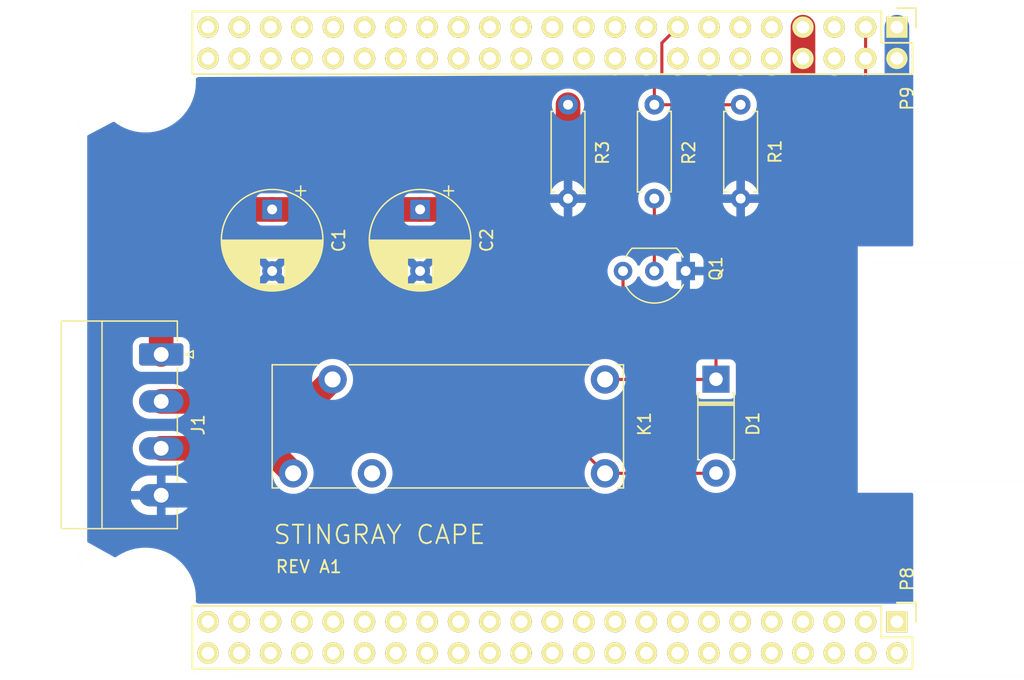
<source format=kicad_pcb>
(kicad_pcb (version 20211014) (generator pcbnew)
  (title_block (title "Stingray BBB Cape") (date "2023-01-02") (rev "A1") (company "An Alex McLain Design") (comment 1 "AM"))
  (layers (0 "F.Cu" signal) (31 "B.Cu" signal) (34 "B.Paste" user) (35 "F.Paste" user) (36 "B.SilkS" user "B.Silkscreen") (37 "F.SilkS" user "F.Silkscreen") (38 "B.Mask" user) (39 "F.Mask" user) (44 "Edge.Cuts" user))
  (net 0 "")
  (net 1 "GND")
  (net 2 "+5V")
  (net 3 "Net-(D1-Pad2)")
  (net 4 "+3V3")
  (net 5 "GPIO_48")
  (net 6 "Net-(Q1-Pad2)")
  (net 7 "Net-(J1-Pad3)")
  (net 8 "Net-(J1-Pad2)")
  (footprint "Connector_Phoenix_MC:PhoenixContact_MC_1,5_4-G-3.81_1x04_P3.81mm_Horizontal" (layer "F.Cu") (at 107 95.77 -90)
    (fp_text reference "J1" (at 5.72 -3 90) (layer "F.SilkS"))
    (fp_text value "Target Board")
    (fp_line (start 14.14 8.11) (end 14.14 -1.31) (layer "F.SilkS") (width 0.12))
    (fp_line (start -2.71 8.11) (end 14.14 8.11) (layer "F.SilkS") (width 0.12))
    (fp_line (start -2.71 -1.31) (end -1.05 -1.31) (layer "F.SilkS") (width 0.12))
    (fp_line (start 0 -2) (end -0.3 -2.6) (layer "F.SilkS") (width 0.12))
    (fp_line (start -2.71 -1.31) (end -2.71 8.11) (layer "F.SilkS") (width 0.12))
    (fp_line (start 1.05 -1.31) (end 2.76 -1.31) (layer "F.SilkS") (width 0.12))
    (fp_line (start 0.3 -2.6) (end 0 -2) (layer "F.SilkS") (width 0.12))
    (fp_line (start 4.86 -1.31) (end 6.57 -1.31) (layer "F.SilkS") (width 0.12))
    (fp_line (start 14.14 -1.31) (end 12.48 -1.31) (layer "F.SilkS") (width 0.12))
    (fp_line (start 8.67 -1.31) (end 10.38 -1.31) (layer "F.SilkS") (width 0.12))
    (fp_line (start -0.3 -2.6) (end 0.3 -2.6) (layer "F.SilkS") (width 0.12))
    (fp_line (start -2.71 4.8) (end 14.14 4.8) (layer "F.SilkS") (width 0.12))
    (pad "1" thru_hole roundrect (at 0 0 270) (size 1.8 3.6) (drill 1.2) (layers *.Cu *.Mask) (roundrect_rratio 0.1388888889) (net 2 "+5V"))
    (pad "2" thru_hole oval (at 3.81 0 270) (size 1.8 3.6) (drill 1.2) (layers *.Cu *.Mask) (net 8 "Net-(J1-Pad2)"))
    (pad "3" thru_hole oval (at 7.62 0 270) (size 1.8 3.6) (drill 1.2) (layers *.Cu *.Mask) (net 7 "Net-(J1-Pad3)"))
    (pad "4" thru_hole oval (at 11.43 0 270) (size 1.8 3.6) (drill 1.2) (layers *.Cu *.Mask) (net 1 "GND"))
  )
  (footprint "Socket_BeagleBone_Black:Socket_BeagleBone_Black" (layer "F.Cu") (at 166.675 117.465 -90)
    (fp_text reference "P8" (at -3.465 -0.825 90) (layer "F.SilkS"))
    (fp_text value "BeagleBone_Black_Header" hide)
    (fp_line (start -1.27 57.15) (end -1.27 1.27) (layer "F.SilkS") (width 0.15))
    (fp_line (start 3.81 57.15) (end 3.81 -1.27) (layer "F.SilkS") (width 0.15))
    (fp_line (start 1.27 -1.27) (end 1.27 1.27) (layer "F.SilkS") (width 0.15))
    (fp_line (start 1.27 1.27) (end -1.27 1.27) (layer "F.SilkS") (width 0.15))
    (fp_line (start 0 -1.55) (end -1.55 -1.55) (layer "F.SilkS") (width 0.15))
    (fp_line (start -1.55 -1.55) (end -1.55 0) (layer "F.SilkS") (width 0.15))
    (fp_line (start 3.81 -1.27) (end 1.27 -1.27) (layer "F.SilkS") (width 0.15))
    (fp_line (start 3.81 57.15) (end -1.27 57.15) (layer "F.SilkS") (width 0.15))
    (pad "1" thru_hole rect locked (at 0 0 270) (size 1.7272 1.7272) (drill 1.016) (layers *.Cu *.Mask "F.SilkS"))
    (pad "2" thru_hole oval locked (at 2.54 0 270) (size 1.7272 1.7272) (drill 1.016) (layers *.Cu *.Mask "F.SilkS"))
    (pad "3" thru_hole oval locked (at 0 2.54 270) (size 1.7272 1.7272) (drill 1.016) (layers *.Cu *.Mask "F.SilkS"))
    (pad "4" thru_hole oval locked (at 2.54 2.54 270) (size 1.7272 1.7272) (drill 1.016) (layers *.Cu *.Mask "F.SilkS"))
    (pad "5" thru_hole oval locked (at 0 5.08 270) (size 1.7272 1.7272) (drill 1.016) (layers *.Cu *.Mask "F.SilkS"))
    (pad "6" thru_hole oval locked (at 2.54 5.08 270) (size 1.7272 1.7272) (drill 1.016) (layers *.Cu *.Mask "F.SilkS"))
    (pad "7" thru_hole oval locked (at 0 7.62 270) (size 1.7272 1.7272) (drill 1.016) (layers *.Cu *.Mask "F.SilkS"))
    (pad "8" thru_hole oval locked (at 2.54 7.62 270) (size 1.7272 1.7272) (drill 1.016) (layers *.Cu *.Mask "F.SilkS"))
    (pad "9" thru_hole oval locked (at 0 10.16 270) (size 1.7272 1.7272) (drill 1.016) (layers *.Cu *.Mask "F.SilkS"))
    (pad "10" thru_hole oval locked (at 2.54 10.16 270) (size 1.7272 1.7272) (drill 1.016) (layers *.Cu *.Mask "F.SilkS"))
    (pad "11" thru_hole oval locked (at 0 12.7 270) (size 1.7272 1.7272) (drill 1.016) (layers *.Cu *.Mask "F.SilkS"))
    (pad "12" thru_hole oval locked (at 2.54 12.7 270) (size 1.7272 1.7272) (drill 1.016) (layers *.Cu *.Mask "F.SilkS"))
    (pad "13" thru_hole oval locked (at 0 15.24 270) (size 1.7272 1.7272) (drill 1.016) (layers *.Cu *.Mask "F.SilkS"))
    (pad "14" thru_hole oval locked (at 2.54 15.24 270) (size 1.7272 1.7272) (drill 1.016) (layers *.Cu *.Mask "F.SilkS"))
    (pad "15" thru_hole oval locked (at 0 17.78 270) (size 1.7272 1.7272) (drill 1.016) (layers *.Cu *.Mask "F.SilkS"))
    (pad "16" thru_hole oval locked (at 2.54 17.78 270) (size 1.7272 1.7272) (drill 1.016) (layers *.Cu *.Mask "F.SilkS"))
    (pad "17" thru_hole oval locked (at 0 20.32 270) (size 1.7272 1.7272) (drill 1.016) (layers *.Cu *.Mask "F.SilkS"))
    (pad "18" thru_hole oval locked (at 2.54 20.32 270) (size 1.7272 1.7272) (drill 1.016) (layers *.Cu *.Mask "F.SilkS"))
    (pad "19" thru_hole oval locked (at 0 22.86 270) (size 1.7272 1.7272) (drill 1.016) (layers *.Cu *.Mask "F.SilkS"))
    (pad "20" thru_hole oval locked (at 2.54 22.86 270) (size 1.7272 1.7272) (drill 1.016) (layers *.Cu *.Mask "F.SilkS"))
    (pad "21" thru_hole oval locked (at 0 25.4 270) (size 1.7272 1.7272) (drill 1.016) (layers *.Cu *.Mask "F.SilkS"))
    (pad "22" thru_hole oval locked (at 2.54 25.4 270) (size 1.7272 1.7272) (drill 1.016) (layers *.Cu *.Mask "F.SilkS"))
    (pad "23" thru_hole oval locked (at 0 27.94 270) (size 1.7272 1.7272) (drill 1.016) (layers *.Cu *.Mask "F.SilkS"))
    (pad "24" thru_hole oval locked (at 2.54 27.94 270) (size 1.7272 1.7272) (drill 1.016) (layers *.Cu *.Mask "F.SilkS"))
    (pad "25" thru_hole oval locked (at 0 30.48 270) (size 1.7272 1.7272) (drill 1.016) (layers *.Cu *.Mask "F.SilkS"))
    (pad "26" thru_hole oval locked (at 2.54 30.48 270) (size 1.7272 1.7272) (drill 1.016) (layers *.Cu *.Mask "F.SilkS"))
    (pad "27" thru_hole oval locked (at 0 33.02 270) (size 1.7272 1.7272) (drill 1.016) (layers *.Cu *.Mask "F.SilkS"))
    (pad "28" thru_hole oval locked (at 2.54 33.02 270) (size 1.7272 1.7272) (drill 1.016) (layers *.Cu *.Mask "F.SilkS"))
    (pad "29" thru_hole oval locked (at 0 35.56 270) (size 1.7272 1.7272) (drill 1.016) (layers *.Cu *.Mask "F.SilkS"))
    (pad "30" thru_hole oval locked (at 2.54 35.56 270) (size 1.7272 1.7272) (drill 1.016) (layers *.Cu *.Mask "F.SilkS"))
    (pad "31" thru_hole oval locked (at 0 38.1 270) (size 1.7272 1.7272) (drill 1.016) (layers *.Cu *.Mask "F.SilkS"))
    (pad "32" thru_hole oval locked (at 2.54 38.1 270) (size 1.7272 1.7272) (drill 1.016) (layers *.Cu *.Mask "F.SilkS"))
    (pad "33" thru_hole oval locked (at 0 40.64 270) (size 1.7272 1.7272) (drill 1.016) (layers *.Cu *.Mask "F.SilkS"))
    (pad "34" thru_hole oval locked (at 2.54 40.64 270) (size 1.7272 1.7272) (drill 1.016) (layers *.Cu *.Mask "F.SilkS"))
    (pad "35" thru_hole oval locked (at 0 43.18 270) (size 1.7272 1.7272) (drill 1.016) (layers *.Cu *.Mask "F.SilkS"))
    (pad "36" thru_hole oval locked (at 2.54 43.18 270) (size 1.7272 1.7272) (drill 1.016) (layers *.Cu *.Mask "F.SilkS"))
    (pad "37" thru_hole oval locked (at 0 45.72 270) (size 1.7272 1.7272) (drill 1.016) (layers *.Cu *.Mask "F.SilkS"))
    (pad "38" thru_hole oval locked (at 2.54 45.72 270) (size 1.7272 1.7272) (drill 1.016) (layers *.Cu *.Mask "F.SilkS"))
    (pad "39" thru_hole oval locked (at 0 48.26 270) (size 1.7272 1.7272) (drill 1.016) (layers *.Cu *.Mask "F.SilkS"))
    (pad "40" thru_hole oval locked (at 2.54 48.26 270) (size 1.7272 1.7272) (drill 1.016) (layers *.Cu *.Mask "F.SilkS"))
    (pad "41" thru_hole oval locked (at 0 50.8 270) (size 1.7272 1.7272) (drill 1.016) (layers *.Cu *.Mask "F.SilkS"))
    (pad "42" thru_hole oval locked (at 2.54 50.8 270) (size 1.7272 1.7272) (drill 1.016) (layers *.Cu *.Mask "F.SilkS"))
    (pad "43" thru_hole oval locked (at 0 53.34 270) (size 1.7272 1.7272) (drill 1.016) (layers *.Cu *.Mask "F.SilkS"))
    (pad "44" thru_hole oval locked (at 2.54 53.34 270) (size 1.7272 1.7272) (drill 1.016) (layers *.Cu *.Mask "F.SilkS"))
    (pad "45" thru_hole oval locked (at 0 55.88 270) (size 1.7272 1.7272) (drill 1.016) (layers *.Cu *.Mask "F.SilkS"))
    (pad "46" thru_hole oval locked (at 2.54 55.88 270) (size 1.7272 1.7272) (drill 1.016) (layers *.Cu *.Mask "F.SilkS"))
  )
  (footprint "Capacitor_THT:CP_Radial_D8.0mm_P5.00mm" (layer "F.Cu") (at 128 84 -90)
    (fp_text reference "C2" (at 2.5 -5.4 90) (layer "F.SilkS"))
    (fp_text value "DNP")
    (fp_line (start 5.221 1.04) (end 5.221 3.055) (layer "F.SilkS") (width 0.12))
    (fp_line (start 3.741 -3.889) (end 3.741 3.889) (layer "F.SilkS") (width 0.12))
    (fp_line (start 5.341 -2.945) (end 5.341 -1.04) (layer "F.SilkS") (width 0.12))
    (fp_line (start 6.421 -1.229) (end 6.421 1.229) (layer "F.SilkS") (width 0.12))
    (fp_line (start 5.381 -2.907) (end 5.381 -1.04) (layer "F.SilkS") (width 0.12))
    (fp_line (start 5.541 1.04) (end 5.541 2.741) (layer "F.SilkS") (width 0.12))
    (fp_line (start 4.101 -3.757) (end 4.101 -1.04) (layer "F.SilkS") (width 0.12))
    (fp_line (start 4.661 -3.469) (end 4.661 -1.04) (layer "F.SilkS") (width 0.12))
    (fp_line (start 4.621 -3.493) (end 4.621 -1.04) (layer "F.SilkS") (width 0.12))
    (fp_line (start 6.101 -1.964) (end 6.101 1.964) (layer "F.SilkS") (width 0.12))
    (fp_line (start 3.981 1.04) (end 3.981 3.805) (layer "F.SilkS") (width 0.12))
    (fp_line (start 5.701 1.04) (end 5.701 2.556) (layer "F.SilkS") (width 0.12))
    (fp_line (start 5.061 1.04) (end 5.061 3.189) (layer "F.SilkS") (width 0.12))
    (fp_line (start 3.541 -3.947) (end 3.541 3.947) (layer "F.SilkS") (width 0.12))
    (fp_line (start 3.221 -4.017) (end 3.221 4.017) (layer "F.SilkS") (width 0.12))
    (fp_line (start 5.541 -2.741) (end 5.541 -1.04) (layer "F.SilkS") (width 0.12))
    (fp_line (start 5.981 1.04) (end 5.981 2.166) (layer "F.SilkS") (width 0.12))
    (fp_line (start 6.261 -1.645) (end 6.261 1.645) (layer "F.SilkS") (width 0.12))
    (fp_line (start 4.021 -3.79) (end 4.021 -1.04) (layer "F.SilkS") (width 0.12))
    (fp_line (start 4.301 -3.666) (end 4.301 -1.04) (layer "F.SilkS") (width 0.12))
    (fp_line (start 5.421 1.04) (end 5.421 2.867) (layer "F.SilkS") (width 0.12))
    (fp_line (start 4.461 -3.584) (end 4.461 -1.04) (layer "F.SilkS") (width 0.12))
    (fp_line (start 4.741 -3.418) (end 4.741 -1.04) (layer "F.SilkS") (width 0.12))
    (fp_line (start 4.421 1.04) (end 4.421 3.606) (layer "F.SilkS") (width 0.12))
    (fp_line (start 5.181 -3.09) (end 5.181 -1.04) (layer "F.SilkS") (width 0.12))
    (fp_line (start 2.74 -4.074) (end 2.74 4.074) (layer "F.SilkS") (width 0.12))
    (fp_line (start 4.701 1.04) (end 4.701 3.444) (layer "F.SilkS") (width 0.12))
    (fp_line (start 5.061 -3.189) (end 5.061 -1.04) (layer "F.SilkS") (width 0.12))
    (fp_line (start 2.66 -4.077) (end 2.66 4.077) (layer "F.SilkS") (width 0.12))
    (fp_line (start 5.181 1.04) (end 5.181 3.09) (layer "F.SilkS") (width 0.12))
    (fp_line (start 5.381 1.04) (end 5.381 2.907) (layer "F.SilkS") (width 0.12))
    (fp_line (start 4.741 1.04) (end 4.741 3.418) (layer "F.SilkS") (width 0.12))
    (fp_line (start 4.341 -3.647) (end 4.341 -1.04) (layer "F.SilkS") (width 0.12))
    (fp_line (start 4.821 -3.365) (end 4.821 -1.04) (layer "F.SilkS") (width 0.12))
    (fp_line (start -1.909698 -2.315) (end -1.109698 -2.315) (layer "F.SilkS") (width 0.12))
    (fp_line (start 3.341 -3.994) (end 3.341 3.994) (layer "F.SilkS") (width 0.12))
    (fp_line (start 5.581 -2.697) (end 5.581 -1.04) (layer "F.SilkS") (width 0.12))
    (fp_line (start 5.981 -2.166) (end 5.981 -1.04) (layer "F.SilkS") (width 0.12))
    (fp_line (start 5.421 -2.867) (end 5.421 -1.04) (layer "F.SilkS") (width 0.12))
    (fp_line (start 5.581 1.04) (end 5.581 2.697) (layer "F.SilkS") (width 0.12))
    (fp_line (start 4.901 1.04) (end 4.901 3.309) (layer "F.SilkS") (width 0.12))
    (fp_line (start 5.461 1.04) (end 5.461 2.826) (layer "F.SilkS") (width 0.12))
    (fp_line (start 3.661 -3.914) (end 3.661 3.914) (layer "F.SilkS") (width 0.12))
    (fp_line (start 2.62 -4.079) (end 2.62 4.079) (layer "F.SilkS") (width 0.12))
    (fp_line (start 4.141 1.04) (end 4.141 3.74) (layer "F.SilkS") (width 0.12))
    (fp_line (start 4.941 1.04) (end 4.941 3.28) (layer "F.SilkS") (width 0.12))
    (fp_line (start 4.141 -3.74) (end 4.141 -1.04) (layer "F.SilkS") (width 0.12))
    (fp_line (start 5.861 -2.345) (end 5.861 -1.04) (layer "F.SilkS") (width 0.12))
    (fp_line (start 6.461 -1.098) (end 6.461 1.098) (layer "F.SilkS") (width 0.12))
    (fp_line (start 5.781 1.04) (end 5.781 2.454) (layer "F.SilkS") (width 0.12))
    (fp_line (start 5.021 -3.22) (end 5.021 -1.04) (layer "F.SilkS") (width 0.12))
    (fp_line (start 4.381 -3.627) (end 4.381 -1.04) (layer "F.SilkS") (width 0.12))
    (fp_line (start 5.101 1.04) (end 5.101 3.156) (layer "F.SilkS") (width 0.12))
    (fp_line (start 5.901 -2.287) (end 5.901 -1.04) (layer "F.SilkS") (width 0.12))
    (fp_line (start 5.501 1.04) (end 5.501 2.784) (layer "F.SilkS") (width 0.12))
    (fp_line (start -1.509698 -2.715) (end -1.509698 -1.915) (layer "F.SilkS") (width 0.12))
    (fp_line (start 3.941 -3.821) (end 3.941 3.821) (layer "F.SilkS") (width 0.12))
    (fp_line (start 2.9 -4.061) (end 2.9 4.061) (layer "F.SilkS") (width 0.12))
    (fp_line (start 5.461 -2.826) (end 5.461 -1.04) (layer "F.SilkS") (width 0.12))
    (fp_line (start 4.181 1.04) (end 4.181 3.722) (layer "F.SilkS") (width 0.12))
    (fp_line (start 4.781 1.04) (end 4.781 3.392) (layer "F.SilkS") (width 0.12))
    (fp_line (start 3.581 -3.936) (end 3.581 3.936) (layer "F.SilkS") (width 0.12))
    (fp_line (start 5.741 1.04) (end 5.741 2.505) (layer "F.SilkS") (width 0.12))
    (fp_line (start 4.621 1.04) (end 4.621 3.493) (layer "F.SilkS") (width 0.12))
    (fp_line (start 4.021 1.04) (end 4.021 3.79) (layer "F.SilkS") (width 0.12))
    (fp_line (start 3.501 -3.957) (end 3.501 3.957) (layer "F.SilkS") (width 0.12))
    (fp_line (start 5.501 -2.784) (end 5.501 -1.04) (layer "F.SilkS") (width 0.12))
    (fp_line (start 4.181 -3.722) (end 4.181 -1.04) (layer "F.SilkS") (width 0.12))
    (fp_line (start 3.461 -3.967) (end 3.461 3.967) (layer "F.SilkS") (width 0.12))
    (fp_line (start 4.861 -3.338) (end 4.861 -1.04) (layer "F.SilkS") (width 0.12))
    (fp_line (start 6.061 -2.034) (end 6.061 2.034) (layer "F.SilkS") (width 0.12))
    (fp_line (start 6.221 -1.731) (end 6.221 1.731) (layer "F.SilkS") (width 0.12))
    (fp_line (start 4.781 -3.392) (end 4.781 -1.04) (layer "F.SilkS") (width 0.12))
    (fp_line (start 6.301 -1.552) (end 6.301 1.552) (layer "F.SilkS") (width 0.12))
    (fp_line (start 3.821 -3.863) (end 3.821 3.863) (layer "F.SilkS") (width 0.12))
    (fp_line (start 2.7 -4.076) (end 2.7 4.076) (layer "F.SilkS") (width 0.12))
    (fp_line (start 5.101 -3.156) (end 5.101 -1.04) (layer "F.SilkS") (width 0.12))
    (fp_line (start 3.781 -3.877) (end 3.781 3.877) (layer "F.SilkS") (width 0.12))
    (fp_line (start 3.621 -3.925) (end 3.621 3.925) (layer "F.SilkS") (width 0.12))
    (fp_line (start 6.381 -1.346) (end 6.381 1.346) (layer "F.SilkS") (width 0.12))
    (fp_line (start 4.261 -3.686) (end 4.261 -1.04) (layer "F.SilkS") (width 0.12))
    (fp_line (start 4.541 1.04) (end 4.541 3.54) (layer "F.SilkS") (width 0.12))
    (fp_line (start 5.701 -2.556) (end 5.701 -1.04) (layer "F.SilkS") (width 0.12))
    (fp_line (start 2.5 -4.08) (end 2.5 4.08) (layer "F.SilkS") (width 0.12))
    (fp_line (start 6.501 -0.948) (end 6.501 0.948) (layer "F.SilkS") (width 0.12))
    (fp_line (start 4.061 1.04) (end 4.061 3.774) (layer "F.SilkS") (width 0.12))
    (fp_line (start 3.381 -3.985) (end 3.381 3.985) (layer "F.SilkS") (width 0.12))
    (fp_line (start 5.621 -2.651) (end 5.621 -1.04) (layer "F.SilkS") (width 0.12))
    (fp_line (start 6.581 -0.533) (end 6.581 0.533) (layer "F.SilkS") (width 0.12))
    (fp_line (start 4.821 1.04) (end 4.821 3.365) (layer "F.SilkS") (width 0.12))
    (fp_line (start 6.021 1.04) (end 6.021 2.102) (layer "F.SilkS") (width 0.12))
    (fp_line (start 5.661 -2.604) (end 5.661 -1.04) (layer "F.SilkS") (width 0.12))
    (fp_line (start 3.981 -3.805) (end 3.981 -1.04) (layer "F.SilkS") (width 0.12))
    (fp_line (start 4.301 1.04) (end 4.301 3.666) (layer "F.SilkS") (width 0.12))
    (fp_line (start 2.94 -4.057) (end 2.94 4.057) (layer "F.SilkS") (width 0.12))
    (fp_line (start 5.781 -2.454) (end 5.781 -1.04) (layer "F.SilkS") (width 0.12))
    (fp_line (start 5.661 1.04) (end 5.661 2.604) (layer "F.SilkS") (width 0.12))
    (fp_line (start 4.981 -3.25) (end 4.981 -1.04) (layer "F.SilkS") (width 0.12))
    (fp_line (start 4.701 -3.444) (end 4.701 -1.04) (layer "F.SilkS") (width 0.12))
    (fp_line (start 5.221 -3.055) (end 5.221 -1.04) (layer "F.SilkS") (width 0.12))
    (fp_line (start 3.14 -4.03) (end 3.14 4.03) (layer "F.SilkS") (width 0.12))
    (fp_line (start 4.581 1.04) (end 4.581 3.517) (layer "F.SilkS") (width 0.12))
    (fp_line (start 6.541 -0.768) (end 6.541 0.768) (layer "F.SilkS") (width 0.12))
    (fp_line (start 3.02 -4.048) (end 3.02 4.048) (layer "F.SilkS") (width 0.12))
    (fp_line (start 4.461 1.04) (end 4.461 3.584) (layer "F.SilkS") (width 0.12))
    (fp_line (start 2.78 -4.071) (end 2.78 4.071) (layer "F.SilkS") (width 0.12))
    (fp_line (start 6.141 -1.89) (end 6.141 1.89) (layer "F.SilkS") (width 0.12))
    (fp_line (start 4.901 -3.309) (end 4.901 -1.04) (layer "F.SilkS") (width 0.12))
    (fp_line (start 4.381 1.04) (end 4.381 3.627) (layer "F.SilkS") (width 0.12))
    (fp_line (start 5.141 -3.124) (end 5.141 -1.04) (layer "F.SilkS") (width 0.12))
    (fp_line (start 4.501 1.04) (end 4.501 3.562) (layer "F.SilkS") (width 0.12))
    (fp_line (start 4.221 1.04) (end 4.221 3.704) (layer "F.SilkS") (width 0.12))
    (fp_line (start 4.861 1.04) (end 4.861 3.338) (layer "F.SilkS") (width 0.12))
    (fp_line (start 3.861 -3.85) (end 3.861 3.85) (layer "F.SilkS") (width 0.12))
    (fp_line (start 5.941 1.04) (end 5.941 2.228) (layer "F.SilkS") (width 0.12))
    (fp_line (start 2.86 -4.065) (end 2.86 4.065) (layer "F.SilkS") (width 0.12))
    (fp_line (start 3.301 -4.002) (end 3.301 4.002) (layer "F.SilkS") (width 0.12))
    (fp_line (start 4.981 1.04) (end 4.981 3.25) (layer "F.SilkS") (width 0.12))
    (fp_line (start 2.58 -4.08) (end 2.58 4.08) (layer "F.SilkS") (width 0.12))
    (fp_line (start 5.621 1.04) (end 5.621 2.651) (layer "F.SilkS") (width 0.12))
    (fp_line (start 3.421 -3.976) (end 3.421 3.976) (layer "F.SilkS") (width 0.12))
    (fp_line (start 3.18 -4.024) (end 3.18 4.024) (layer "F.SilkS") (width 0.12))
    (fp_line (start 3.1 -4.037) (end 3.1 4.037) (layer "F.SilkS") (width 0.12))
    (fp_line (start 5.021 1.04) (end 5.021 3.22) (layer "F.SilkS") (width 0.12))
    (fp_line (start 5.341 1.04) (end 5.341 2.945) (layer "F.SilkS") (width 0.12))
    (fp_line (start 6.021 -2.102) (end 6.021 -1.04) (layer "F.SilkS") (width 0.12))
    (fp_line (start 5.261 -3.019) (end 5.261 -1.04) (layer "F.SilkS") (width 0.12))
    (fp_line (start 4.581 -3.517) (end 4.581 -1.04) (layer "F.SilkS") (width 0.12))
    (fp_line (start 5.261 1.04) (end 5.261 3.019) (layer "F.SilkS") (width 0.12))
    (fp_line (start 4.061 -3.774) (end 4.061 -1.04) (layer "F.SilkS") (width 0.12))
    (fp_line (start 5.901 1.04) (end 5.901 2.287) (layer "F.SilkS") (width 0.12))
    (fp_line (start 5.821 1.04) (end 5.821 2.4) (layer "F.SilkS") (width 0.12))
    (fp_line (start 5.301 1.04) (end 5.301 2.983) (layer "F.SilkS") (width 0.12))
    (fp_line (start 5.861 1.04) (end 5.861 2.345) (layer "F.SilkS") (width 0.12))
    (fp_line (start 5.941 -2.228) (end 5.941 -1.04) (layer "F.SilkS") (width 0.12))
    (fp_line (start 4.941 -3.28) (end 4.941 -1.04) (layer "F.SilkS") (width 0.12))
    (fp_line (start 4.421 -3.606) (end 4.421 -1.04) (layer "F.SilkS") (width 0.12))
    (fp_line (start 5.821 -2.4) (end 5.821 -1.04) (layer "F.SilkS") (width 0.12))
    (fp_line (start 4.541 -3.54) (end 4.541 -1.04) (layer "F.SilkS") (width 0.12))
    (fp_line (start 3.06 -4.042) (end 3.06 4.042) (layer "F.SilkS") (width 0.12))
    (fp_line (start 3.261 -4.01) (end 3.261 4.01) (layer "F.SilkS") (width 0.12))
    (fp_line (start 6.341 -1.453) (end 6.341 1.453) (layer "F.SilkS") (width 0.12))
    (fp_line (start 4.101 1.04) (end 4.101 3.757) (layer "F.SilkS") (width 0.12))
    (fp_line (start 2.98 -4.052) (end 2.98 4.052) (layer "F.SilkS") (width 0.12))
    (fp_line (start 5.141 1.04) (end 5.141 3.124) (layer "F.SilkS") (width 0.12))
    (fp_line (start 2.54 -4.08) (end 2.54 4.08) (layer "F.SilkS") (width 0.12))
    (fp_line (start 6.181 -1.813) (end 6.181 1.813) (layer "F.SilkS") (width 0.12))
    (fp_line (start 4.501 -3.562) (end 4.501 -1.04) (layer "F.SilkS") (width 0.12))
    (fp_line (start 5.741 -2.505) (end 5.741 -1.04) (layer "F.SilkS") (width 0.12))
    (fp_line (start 3.901 -3.835) (end 3.901 3.835) (layer "F.SilkS") (width 0.12))
    (fp_line (start 4.341 1.04) (end 4.341 3.647) (layer "F.SilkS") (width 0.12))
    (fp_line (start 5.301 -2.983) (end 5.301 -1.04) (layer "F.SilkS") (width 0.12))
    (fp_line (start 4.661 1.04) (end 4.661 3.469) (layer "F.SilkS") (width 0.12))
    (fp_line (start 4.221 -3.704) (end 4.221 -1.04) (layer "F.SilkS") (width 0.12))
    (fp_line (start 4.261 1.04) (end 4.261 3.686) (layer "F.SilkS") (width 0.12))
    (fp_line (start 2.82 -4.068) (end 2.82 4.068) (layer "F.SilkS") (width 0.12))
    (fp_line (start 3.701 -3.902) (end 3.701 3.902) (layer "F.SilkS") (width 0.12))
    (fp_circle (center 2.5 0) (end 6.62 0) (layer "F.SilkS") (width 0.12) (fill none))
    (pad "1" thru_hole rect (at 0 0 270) (size 1.6 1.6) (drill 0.8) (layers *.Cu *.Mask) (net 2 "+5V"))
    (pad "2" thru_hole circle (at 5 0 270) (size 1.6 1.6) (drill 0.8) (layers *.Cu *.Mask) (net 1 "GND"))
  )
  (footprint "Package_TO_SOT_THT:TO-92_Inline_Wide" (layer "F.Cu") (at 149.54 89 180)
    (fp_text reference "Q1" (at -2.46 0.2 90) (layer "F.SilkS"))
    (fp_text value "MPSA29")
    (fp_line (start 0.74 1.85) (end 4.34 1.85) (layer "F.SilkS") (width 0.12))
    (fp_arc (start 0.74 1.85) (mid 0.446097 1.509328) (end 0.215816 1.122795) (layer "F.SilkS") (width 0.12))
    (fp_arc (start 2.54 -2.6) (mid 3.936979 -2.192818) (end 4.8964 -1.098807) (layer "F.SilkS") (width 0.12))
    (fp_arc (start 4.864184 1.122795) (mid 4.633903 1.509328) (end 4.34 1.85) (layer "F.SilkS") (width 0.12))
    (fp_arc (start 0.1836 -1.098807) (mid 1.143021 -2.192817) (end 2.54 -2.6) (layer "F.SilkS") (width 0.12))
    (pad "1" thru_hole rect (at 0 0 180) (size 1.5 1.5) (drill 0.8) (layers *.Cu *.Mask) (net 1 "GND"))
    (pad "2" thru_hole circle (at 2.54 0 180) (size 1.5 1.5) (drill 0.8) (layers *.Cu *.Mask) (net 6 "Net-(Q1-Pad2)"))
    (pad "3" thru_hole circle (at 5.08 0 180) (size 1.5 1.5) (drill 0.8) (layers *.Cu *.Mask) (net 3 "Net-(D1-Pad2)"))
  )
  (footprint "am_omron:G6RL-1" (layer "F.Cu") (at 143 97.8 180)
    (fp_text reference "K1" (at -3.2 -3.62 90) (layer "F.SilkS"))
    (fp_text value "G6RL-1")
    (fp_line (start 24 -8.81) (end 20 -8.81) (layer "F.SilkS") (width 0.12))
    (fp_line (start 1.25 1.19) (end 20.75 1.19) (layer "F.SilkS") (width 0.12))
    (fp_line (start 23.25 1.19) (end 27 1.19) (layer "F.SilkS") (width 0.12))
    (fp_line (start -1.5 1.19) (end -1 1.19) (layer "F.SilkS") (width 0.12))
    (fp_line (start 27 1.19) (end 27 -8.81) (layer "F.SilkS") (width 0.12))
    (fp_line (start 27 -8.81) (end 26.5 -8.81) (layer "F.SilkS") (width 0.12))
    (fp_line (start 17.75 -8.81) (end 1.25 -8.81) (layer "F.SilkS") (width 0.12))
    (fp_line (start -1 -8.81) (end -1.5 -8.81) (layer "F.SilkS") (width 0.12))
    (fp_line (start -1.5 -8.81) (end -1.5 1.19) (layer "F.SilkS") (width 0.12))
    (pad "1" thru_hole circle (at 0 0) (size 2.3 2.3) (drill 1.3) (layers *.Cu *.Mask) (net 4 "+3V3"))
    (pad "2" thru_hole circle (at 22.1 0) (size 2.3 2.3) (drill 1.3) (layers *.Cu *.Mask) (net 8 "Net-(J1-Pad2)"))
    (pad "3" thru_hole circle (at 25.3 -7.62) (size 2.3 2.3) (drill 1.3) (layers *.Cu *.Mask) (net 7 "Net-(J1-Pad3)"))
    (pad "4" thru_hole circle (at 18.9 -7.62) (size 2.3 2.3) (drill 1.3) (layers *.Cu *.Mask))
    (pad "5" thru_hole circle (at 0 -7.62) (size 2.3 2.3) (drill 1.3) (layers *.Cu *.Mask) (net 3 "Net-(D1-Pad2)"))
  )
  (footprint "Resistor_THT:R_Axial_DIN0207_L6.3mm_D2.5mm_P7.62mm_Horizontal" (layer "F.Cu") (at 154 75.5 -90)
    (fp_text reference "R1" (at 3.81 -2.8 90) (layer "F.SilkS"))
    (fp_text value "22k")
    (fp_line (start 0.54 -1.37) (end 7.08 -1.37) (layer "F.SilkS") (width 0.12))
    (fp_line (start 7.08 1.37) (end 7.08 1.04) (layer "F.SilkS") (width 0.12))
    (fp_line (start 0.54 -1.04) (end 0.54 -1.37) (layer "F.SilkS") (width 0.12))
    (fp_line (start 0.54 1.37) (end 7.08 1.37) (layer "F.SilkS") (width 0.12))
    (fp_line (start 0.54 1.04) (end 0.54 1.37) (layer "F.SilkS") (width 0.12))
    (fp_line (start 7.08 -1.37) (end 7.08 -1.04) (layer "F.SilkS") (width 0.12))
    (pad "1" thru_hole circle (at 0 0 270) (size 1.6 1.6) (drill 0.8) (layers *.Cu *.Mask) (net 5 "GPIO_48"))
    (pad "2" thru_hole oval (at 7.62 0 270) (size 1.6 1.6) (drill 0.8) (layers *.Cu *.Mask) (net 1 "GND"))
  )
  (footprint "Resistor_THT:R_Axial_DIN0207_L6.3mm_D2.5mm_P7.62mm_Horizontal" (layer "F.Cu") (at 140 75.5 -90)
    (fp_text reference "R3" (at 3.9 -2.8 90) (layer "F.SilkS"))
    (fp_text value "1M")
    (fp_line (start 7.08 -1.37) (end 7.08 -1.04) (layer "F.SilkS") (width 0.12))
    (fp_line (start 0.54 -1.37) (end 7.08 -1.37) (layer "F.SilkS") (width 0.12))
    (fp_line (start 0.54 -1.04) (end 0.54 -1.37) (layer "F.SilkS") (width 0.12))
    (fp_line (start 0.54 1.04) (end 0.54 1.37) (layer "F.SilkS") (width 0.12))
    (fp_line (start 7.08 1.37) (end 7.08 1.04) (layer "F.SilkS") (width 0.12))
    (fp_line (start 0.54 1.37) (end 7.08 1.37) (layer "F.SilkS") (width 0.12))
    (pad "1" thru_hole circle (at 0 0 270) (size 1.6 1.6) (drill 0.8) (layers *.Cu *.Mask) (net 2 "+5V"))
    (pad "2" thru_hole oval (at 7.62 0 270) (size 1.6 1.6) (drill 0.8) (layers *.Cu *.Mask) (net 1 "GND"))
  )
  (footprint "Resistor_THT:R_Axial_DIN0207_L6.3mm_D2.5mm_P7.62mm_Horizontal" (layer "F.Cu") (at 147 83.12 90)
    (fp_text reference "R2" (at 3.72 2.8 90) (layer "F.SilkS"))
    (fp_text value "1k")
    (fp_line (start 7.08 -1.37) (end 7.08 -1.04) (layer "F.SilkS") (width 0.12))
    (fp_line (start 0.54 -1.04) (end 0.54 -1.37) (layer "F.SilkS") (width 0.12))
    (fp_line (start 0.54 1.37) (end 7.08 1.37) (layer "F.SilkS") (width 0.12))
    (fp_line (start 0.54 1.04) (end 0.54 1.37) (layer "F.SilkS") (width 0.12))
    (fp_line (start 7.08 1.37) (end 7.08 1.04) (layer "F.SilkS") (width 0.12))
    (fp_line (start 0.54 -1.37) (end 7.08 -1.37) (layer "F.SilkS") (width 0.12))
    (pad "1" thru_hole circle (at 0 0 90) (size 1.6 1.6) (drill 0.8) (layers *.Cu *.Mask) (net 6 "Net-(Q1-Pad2)"))
    (pad "2" thru_hole oval (at 7.62 0 90) (size 1.6 1.6) (drill 0.8) (layers *.Cu *.Mask) (net 5 "GPIO_48"))
  )
  (footprint "MountingHole:MountingHole_3.2mm_M3" (layer "F.Cu") (at 171.755 70.475)
    (fp_text reference "H3" hide)
    (fp_text value "MountingHole" hide)
    (pad "" np_thru_hole circle locked (at 0 0) (size 3.2 3.2) (drill 3.2) (layers *.Cu *.Mask))
  )
  (footprint "MountingHole:MountingHole_3.2mm_M3" (layer "F.Cu") (at 171.755 118.735)
    (fp_text reference "H4" hide)
    (fp_text value "MountingHole" hide)
    (pad "" np_thru_hole circle locked (at 0 0) (size 3.2 3.2) (drill 3.2) (layers *.Cu *.Mask))
  )
  (footprint "MountingHole:MountingHole_3.2mm_M3" (layer "F.Cu") (at 105.715 73.65)
    (fp_text reference "H1" hide)
    (fp_text value "MountingHole" hide)
    (pad "" np_thru_hole circle locked (at 0 0) (size 3.2 3.2) (drill 3.2) (layers *.Cu *.Mask))
  )
  (footprint "MountingHole:MountingHole_3.2mm_M3" (layer "F.Cu") (at 105.715 115.56)
    (fp_text reference "H2" hide)
    (fp_text value "MountingHole" hide)
    (pad "" np_thru_hole circle locked (at 0 0) (size 3.2 3.2) (drill 3.2) (layers *.Cu *.Mask))
  )
  (footprint "Socket_BeagleBone_Black:Socket_BeagleBone_Black" (layer "F.Cu") (at 166.675 69.205 -90)
    (fp_text reference "P9" (at 5.795 -0.825 90) (layer "F.SilkS"))
    (fp_text value "BeagleBone_Black_Header" hide)
    (fp_line (start 3.81 57.15) (end -1.27 57.15) (layer "F.SilkS") (width 0.15))
    (fp_line (start 3.81 -1.27) (end 1.27 -1.27) (layer "F.SilkS") (width 0.15))
    (fp_line (start 1.27 -1.27) (end 1.27 1.27) (layer "F.SilkS") (width 0.15))
    (fp_line (start 3.81 57.15) (end 3.81 -1.27) (layer "F.SilkS") (width 0.15))
    (fp_line (start 1.27 1.27) (end -1.27 1.27) (layer "F.SilkS") (width 0.15))
    (fp_line (start -1.55 -1.55) (end -1.55 0) (layer "F.SilkS") (width 0.15))
    (fp_line (start -1.27 57.15) (end -1.27 1.27) (layer "F.SilkS") (width 0.15))
    (fp_line (start 0 -1.55) (end -1.55 -1.55) (layer "F.SilkS") (width 0.15))
    (pad "1" thru_hole rect locked (at 0 0 270) (size 1.7272 1.7272) (drill 1.016) (layers *.Cu *.Mask "F.SilkS") (net 1 "GND"))
    (pad "2" thru_hole oval locked (at 2.54 0 270) (size 1.7272 1.7272) (drill 1.016) (layers *.Cu *.Mask "F.SilkS") (net 1 "GND"))
    (pad "3" thru_hole oval locked (at 0 2.54 270) (size 1.7272 1.7272) (drill 1.016) (layers *.Cu *.Mask "F.SilkS") (net 4 "+3V3"))
    (pad "4" thru_hole oval locked (at 2.54 2.54 270) (size 1.7272 1.7272) (drill 1.016) (layers *.Cu *.Mask "F.SilkS") (net 4 "+3V3"))
    (pad "5" thru_hole oval locked (at 0 5.08 270) (size 1.7272 1.7272) (drill 1.016) (layers *.Cu *.Mask "F.SilkS"))
    (pad "6" thru_hole oval locked (at 2.54 5.08 270) (size 1.7272 1.7272) (drill 1.016) (layers *.Cu *.Mask "F.SilkS"))
    (pad "7" thru_hole oval locked (at 0 7.62 270) (size 1.7272 1.7272) (drill 1.016) (layers *.Cu *.Mask "F.SilkS") (net 2 "+5V"))
    (pad "8" thru_hole oval locked (at 2.54 7.62 270) (size 1.7272 1.7272) (drill 1.016) (layers *.Cu *.Mask "F.SilkS") (net 2 "+5V"))
    (pad "9" thru_hole oval locked (at 0 10.16 270) (size 1.7272 1.7272) (drill 1.016) (layers *.Cu *.Mask "F.SilkS"))
    (pad "10" thru_hole oval locked (at 2.54 10.16 270) (size 1.7272 1.7272) (drill 1.016) (layers *.Cu *.Mask "F.SilkS"))
    (pad "11" thru_hole oval locked (at 0 12.7 270) (size 1.7272 1.7272) (drill 1.016) (layers *.Cu *.Mask "F.SilkS"))
    (pad "12" thru_hole oval locked (at 2.54 12.7 270) (size 1.7272 1.7272) (drill 1.016) (layers *.Cu *.Mask "F.SilkS"))
    (pad "13" thru_hole oval locked (at 0 15.24 270) (size 1.7272 1.7272) (drill 1.016) (layers *.Cu *.Mask "F.SilkS"))
    (pad "14" thru_hole oval locked (at 2.54 15.24 270) (size 1.7272 1.7272) (drill 1.016) (layers *.Cu *.Mask "F.SilkS"))
    (pad "15" thru_hole oval locked (at 0 17.78 270) (size 1.7272 1.7272) (drill 1.016) (layers *.Cu *.Mask "F.SilkS") (net 5 "GPIO_48"))
    (pad "16" thru_hole oval locked (at 2.54 17.78 270) (size 1.7272 1.7272) (drill 1.016) (layers *.Cu *.Mask "F.SilkS"))
    (pad "17" thru_hole oval locked (at 0 20.32 270) (size 1.7272 1.7272) (drill 1.016) (layers *.Cu *.Mask "F.SilkS"))
    (pad "18" thru_hole oval locked (at 2.54 20.32 270) (size 1.7272 1.7272) (drill 1.016) (layers *.Cu *.Mask "F.SilkS"))
    (pad "19" thru_hole oval locked (at 0 22.86 270) (size 1.7272 1.7272) (drill 1.016) (layers *.Cu *.Mask "F.SilkS"))
    (pad "20" thru_hole oval locked (at 2.54 22.86 270) (size 1.7272 1.7272) (drill 1.016) (layers *.Cu *.Mask "F.SilkS"))
    (pad "21" thru_hole oval locked (at 0 25.4 270) (size 1.7272 1.7272) (drill 1.016) (layers *.Cu *.Mask "F.SilkS"))
    (pad "22" thru_hole oval locked (at 2.54 25.4 270) (size 1.7272 1.7272) (drill 1.016) (layers *.Cu *.Mask "F.SilkS"))
    (pad "23" thru_hole oval locked (at 0 27.94 270) (size 1.7272 1.7272) (drill 1.016) (layers *.Cu *.Mask "F.SilkS"))
    (pad "24" thru_hole oval locked (at 2.54 27.94 270) (size 1.7272 1.7272) (drill 1.016) (layers *.Cu *.Mask "F.SilkS"))
    (pad "25" thru_hole oval locked (at 0 30.48 270) (size 1.7272 1.7272) (drill 1.016) (layers *.Cu *.Mask "F.SilkS"))
    (pad "26" thru_hole oval locked (at 2.54 30.48 270) (size 1.7272 1.7272) (drill 1.016) (layers *.Cu *.Mask "F.SilkS"))
    (pad "27" thru_hole oval locked (at 0 33.02 270) (size 1.7272 1.7272) (drill 1.016) (layers *.Cu *.Mask "F.SilkS"))
    (pad "28" thru_hole oval locked (at 2.54 33.02 270) (size 1.7272 1.7272) (drill 1.016) (layers *.Cu *.Mask "F.SilkS"))
    (pad "29" thru_hole oval locked (at 0 35.56 270) (size 1.7272 1.7272) (drill 1.016) (layers *.Cu *.Mask "F.SilkS"))
    (pad "30" thru_hole oval locked (at 2.54 35.56 270) (size 1.7272 1.7272) (drill 1.016) (layers *.Cu *.Mask "F.SilkS"))
    (pad "31" thru_hole oval locked (at 0 38.1 270) (size 1.7272 1.7272) (drill 1.016) (layers *.Cu *.Mask "F.SilkS"))
    (pad "32" thru_hole oval locked (at 2.54 38.1 270) (size 1.7272 1.7272) (drill 1.016) (layers *.Cu *.Mask "F.SilkS"))
    (pad "33" thru_hole oval locked (at 0 40.64 270) (size 1.7272 1.7272) (drill 1.016) (layers *.Cu *.Mask "F.SilkS"))
    (pad "34" thru_hole oval locked (at 2.54 40.64 270) (size 1.7272 1.7272) (drill 1.016) (layers *.Cu *.Mask "F.SilkS"))
    (pad "35" thru_hole oval locked (at 0 43.18 270) (size 1.7272 1.7272) (drill 1.016) (layers *.Cu *.Mask "F.SilkS"))
    (pad "36" thru_hole oval locked (at 2.54 43.18 270) (size 1.7272 1.7272) (drill 1.016) (layers *.Cu *.Mask "F.SilkS"))
    (pad "37" thru_hole oval locked (at 0 45.72 270) (size 1.7272 1.7272) (drill 1.016) (layers *.Cu *.Mask "F.SilkS"))
    (pad "38" thru_hole oval locked (at 2.54 45.72 270) (size 1.7272 1.7272) (drill 1.016) (layers *.Cu *.Mask "F.SilkS"))
    (pad "39" thru_hole oval locked (at 0 48.26 270) (size 1.7272 1.7272) (drill 1.016) (layers *.Cu *.Mask "F.SilkS"))
    (pad "40" thru_hole oval locked (at 2.54 48.26 270) (size 1.7272 1.7272) (drill 1.016) (layers *.Cu *.Mask "F.SilkS"))
    (pad "41" thru_hole oval locked (at 0 50.8 270) (size 1.7272 1.7272) (drill 1.016) (layers *.Cu *.Mask "F.SilkS"))
    (pad "42" thru_hole oval locked (at 2.54 50.8 270) (size 1.7272 1.7272) (drill 1.016) (layers *.Cu *.Mask "F.SilkS"))
    (pad "43" thru_hole oval locked (at 0 53.34 270) (size 1.7272 1.7272) (drill 1.016) (layers *.Cu *.Mask "F.SilkS"))
    (pad "44" thru_hole oval locked (at 2.54 53.34 270) (size 1.7272 1.7272) (drill 1.016) (layers *.Cu *.Mask "F.SilkS"))
    (pad "45" thru_hole oval locked (at 0 55.88 270) (size 1.7272 1.7272) (drill 1.016) (layers *.Cu *.Mask "F.SilkS"))
    (pad "46" thru_hole oval locked (at 2.54 55.88 270) (size 1.7272 1.7272) (drill 1.016) (layers *.Cu *.Mask "F.SilkS"))
  )
  (footprint "Diode_THT:D_DO-41_SOD81_P7.62mm_Horizontal" (layer "F.Cu") (at 152 97.78 -90)
    (fp_text reference "D1" (at 3.62 -3 90) (layer "F.SilkS"))
    (fp_text value "1N4001")
    (fp_line (start 1.09 -1.34) (end 1.09 -1.47) (layer "F.SilkS") (width 0.12))
    (fp_line (start 2.11 -1.47) (end 2.11 1.47) (layer "F.SilkS") (width 0.12))
    (fp_line (start 6.53 -1.47) (end 6.53 -1.34) (layer "F.SilkS") (width 0.12))
    (fp_line (start 1.87 -1.47) (end 1.87 1.47) (layer "F.SilkS") (width 0.12))
    (fp_line (start 1.09 1.47) (end 6.53 1.47) (layer "F.SilkS") (width 0.12))
    (fp_line (start 6.53 1.47) (end 6.53 1.34) (layer "F.SilkS") (width 0.12))
    (fp_line (start 1.09 -1.47) (end 6.53 -1.47) (layer "F.SilkS") (width 0.12))
    (fp_line (start 1.99 -1.47) (end 1.99 1.47) (layer "F.SilkS") (width 0.12))
    (fp_line (start 1.09 1.34) (end 1.09 1.47) (layer "F.SilkS") (width 0.12))
    (pad "1" thru_hole rect (at 0 0 270) (size 2.2 2.2) (drill 1.1) (layers *.Cu *.Mask) (net 4 "+3V3"))
    (pad "2" thru_hole oval (at 7.62 0 270) (size 2.2 2.2) (drill 1.1) (layers *.Cu *.Mask) (net 3 "Net-(D1-Pad2)"))
  )
  (footprint "Capacitor_THT:CP_Radial_D8.0mm_P5.00mm" (layer "F.Cu") (at 116 84 -90)
    (fp_text reference "C1" (at 2.5 -5.4 90) (layer "F.SilkS"))
    (fp_text value "470u")
    (fp_line (start 5.981 1.04) (end 5.981 2.166) (layer "F.SilkS") (width 0.12))
    (fp_line (start 6.181 -1.813) (end 6.181 1.813) (layer "F.SilkS") (width 0.12))
    (fp_line (start 2.82 -4.068) (end 2.82 4.068) (layer "F.SilkS") (width 0.12))
    (fp_line (start 2.62 -4.079) (end 2.62 4.079) (layer "F.SilkS") (width 0.12))
    (fp_line (start 6.461 -1.098) (end 6.461 1.098) (layer "F.SilkS") (width 0.12))
    (fp_line (start 5.621 1.04) (end 5.621 2.651) (layer "F.SilkS") (width 0.12))
    (fp_line (start 5.141 -3.124) (end 5.141 -1.04) (layer "F.SilkS") (width 0.12))
    (fp_line (start 4.421 1.04) (end 4.421 3.606) (layer "F.SilkS") (width 0.12))
    (fp_line (start 6.341 -1.453) (end 6.341 1.453) (layer "F.SilkS") (width 0.12))
    (fp_line (start 4.741 -3.418) (end 4.741 -1.04) (layer "F.SilkS") (width 0.12))
    (fp_line (start 4.061 1.04) (end 4.061 3.774) (layer "F.SilkS") (width 0.12))
    (fp_line (start 3.461 -3.967) (end 3.461 3.967) (layer "F.SilkS") (width 0.12))
    (fp_line (start 4.261 -3.686) (end 4.261 -1.04) (layer "F.SilkS") (width 0.12))
    (fp_line (start 6.021 -2.102) (end 6.021 -1.04) (layer "F.SilkS") (width 0.12))
    (fp_line (start 3.981 -3.805) (end 3.981 -1.04) (layer "F.SilkS") (width 0.12))
    (fp_line (start 5.701 -2.556) (end 5.701 -1.04) (layer "F.SilkS") (width 0.12))
    (fp_line (start 4.021 1.04) (end 4.021 3.79) (layer "F.SilkS") (width 0.12))
    (fp_line (start 4.301 1.04) (end 4.301 3.666) (layer "F.SilkS") (width 0.12))
    (fp_line (start 6.221 -1.731) (end 6.221 1.731) (layer "F.SilkS") (width 0.12))
    (fp_line (start 6.421 -1.229) (end 6.421 1.229) (layer "F.SilkS") (width 0.12))
    (fp_line (start 2.78 -4.071) (end 2.78 4.071) (layer "F.SilkS") (width 0.12))
    (fp_line (start 5.501 -2.784) (end 5.501 -1.04) (layer "F.SilkS") (width 0.12))
    (fp_line (start 4.981 -3.25) (end 4.981 -1.04) (layer "F.SilkS") (width 0.12))
    (fp_line (start 4.101 -3.757) (end 4.101 -1.04) (layer "F.SilkS") (width 0.12))
    (fp_line (start 5.301 -2.983) (end 5.301 -1.04) (layer "F.SilkS") (width 0.12))
    (fp_line (start 5.301 1.04) (end 5.301 2.983) (layer "F.SilkS") (width 0.12))
    (fp_line (start 4.021 -3.79) (end 4.021 -1.04) (layer "F.SilkS") (width 0.12))
    (fp_line (start 4.341 -3.647) (end 4.341 -1.04) (layer "F.SilkS") (width 0.12))
    (fp_line (start 5.861 -2.345) (end 5.861 -1.04) (layer "F.SilkS") (width 0.12))
    (fp_line (start 6.061 -2.034) (end 6.061 2.034) (layer "F.SilkS") (width 0.12))
    (fp_line (start 3.14 -4.03) (end 3.14 4.03) (layer "F.SilkS") (width 0.12))
    (fp_line (start 6.381 -1.346) (end 6.381 1.346) (layer "F.SilkS") (width 0.12))
    (fp_line (start 5.101 1.04) (end 5.101 3.156) (layer "F.SilkS") (width 0.12))
    (fp_line (start 3.861 -3.85) (end 3.861 3.85) (layer "F.SilkS") (width 0.12))
    (fp_line (start 5.741 1.04) (end 5.741 2.505) (layer "F.SilkS") (width 0.12))
    (fp_line (start 4.781 1.04) (end 4.781 3.392) (layer "F.SilkS") (width 0.12))
    (fp_line (start 5.101 -3.156) (end 5.101 -1.04) (layer "F.SilkS") (width 0.12))
    (fp_line (start 3.221 -4.017) (end 3.221 4.017) (layer "F.SilkS") (width 0.12))
    (fp_line (start 5.581 1.04) (end 5.581 2.697) (layer "F.SilkS") (width 0.12))
    (fp_line (start 2.98 -4.052) (end 2.98 4.052) (layer "F.SilkS") (width 0.12))
    (fp_line (start 4.221 1.04) (end 4.221 3.704) (layer "F.SilkS") (width 0.12))
    (fp_line (start 4.581 1.04) (end 4.581 3.517) (layer "F.SilkS") (width 0.12))
    (fp_line (start 5.581 -2.697) (end 5.581 -1.04) (layer "F.SilkS") (width 0.12))
    (fp_line (start 3.901 -3.835) (end 3.901 3.835) (layer "F.SilkS") (width 0.12))
    (fp_line (start 3.02 -4.048) (end 3.02 4.048) (layer "F.SilkS") (width 0.12))
    (fp_line (start 6.541 -0.768) (end 6.541 0.768) (layer "F.SilkS") (width 0.12))
    (fp_line (start 6.301 -1.552) (end 6.301 1.552) (layer "F.SilkS") (width 0.12))
    (fp_line (start 6.501 -0.948) (end 6.501 0.948) (layer "F.SilkS") (width 0.12))
    (fp_line (start 5.381 -2.907) (end 5.381 -1.04) (layer "F.SilkS") (width 0.12))
    (fp_line (start 4.541 -3.54) (end 4.541 -1.04) (layer "F.SilkS") (width 0.12))
    (fp_line (start -1.909698 -2.315) (end -1.109698 -2.315) (layer "F.SilkS") (width 0.12))
    (fp_line (start 4.901 -3.309) (end 4.901 -1.04) (layer "F.SilkS") (width 0.12))
    (fp_line (start 5.941 -2.228) (end 5.941 -1.04) (layer "F.SilkS") (width 0.12))
    (fp_line (start 3.501 -3.957) (end 3.501 3.957) (layer "F.SilkS") (width 0.12))
    (fp_line (start 5.821 1.04) (end 5.821 2.4) (layer "F.SilkS") (width 0.12))
    (fp_line (start 5.621 -2.651) (end 5.621 -1.04) (layer "F.SilkS") (width 0.12))
    (fp_line (start 5.181 1.04) (end 5.181 3.09) (layer "F.SilkS") (width 0.12))
    (fp_line (start 5.221 -3.055) (end 5.221 -1.04) (layer "F.SilkS") (width 0.12))
    (fp_line (start 4.381 -3.627) (end 4.381 -1.04) (layer "F.SilkS") (width 0.12))
    (fp_line (start 5.181 -3.09) (end 5.181 -1.04) (layer "F.SilkS") (width 0.12))
    (fp_line (start 4.981 1.04) (end 4.981 3.25) (layer "F.SilkS") (width 0.12))
    (fp_line (start 5.341 -2.945) (end 5.341 -1.04) (layer "F.SilkS") (width 0.12))
    (fp_line (start 4.741 1.04) (end 4.741 3.418) (layer "F.SilkS") (width 0.12))
    (fp_line (start 5.381 1.04) (end 5.381 2.907) (layer "F.SilkS") (width 0.12))
    (fp_line (start 3.1 -4.037) (end 3.1 4.037) (layer "F.SilkS") (width 0.12))
    (fp_line (start 5.861 1.04) (end 5.861 2.345) (layer "F.SilkS") (width 0.12))
    (fp_line (start 5.741 -2.505) (end 5.741 -1.04) (layer "F.SilkS") (width 0.12))
    (fp_line (start 4.461 -3.584) (end 4.461 -1.04) (layer "F.SilkS") (width 0.12))
    (fp_line (start 3.741 -3.889) (end 3.741 3.889) (layer "F.SilkS") (width 0.12))
    (fp_line (start 2.54 -4.08) (end 2.54 4.08) (layer "F.SilkS") (width 0.12))
    (fp_line (start 5.061 -3.189) (end 5.061 -1.04) (layer "F.SilkS") (width 0.12))
    (fp_line (start 6.581 -0.533) (end 6.581 0.533) (layer "F.SilkS") (width 0.12))
    (fp_line (start 5.421 -2.867) (end 5.421 -1.04) (layer "F.SilkS") (width 0.12))
    (fp_line (start 5.901 -2.287) (end 5.901 -1.04) (layer "F.SilkS") (width 0.12))
    (fp_line (start 2.9 -4.061) (end 2.9 4.061) (layer "F.SilkS") (width 0.12))
    (fp_line (start 3.661 -3.914) (end 3.661 3.914) (layer "F.SilkS") (width 0.12))
    (fp_line (start 5.061 1.04) (end 5.061 3.189) (layer "F.SilkS") (width 0.12))
    (fp_line (start 4.821 1.04) (end 4.821 3.365) (layer "F.SilkS") (width 0.12))
    (fp_line (start 5.221 1.04) (end 5.221 3.055) (layer "F.SilkS") (width 0.12))
    (fp_line (start 2.5 -4.08) (end 2.5 4.08) (layer "F.SilkS") (width 0.12))
    (fp_line (start 4.221 -3.704) (end 4.221 -1.04) (layer "F.SilkS") (width 0.12))
    (fp_line (start 5.661 -2.604) (end 5.661 -1.04) (layer "F.SilkS") (width 0.12))
    (fp_line (start 3.981 1.04) (end 3.981 3.805) (layer "F.SilkS") (width 0.12))
    (fp_line (start 5.501 1.04) (end 5.501 2.784) (layer "F.SilkS") (width 0.12))
    (fp_line (start 5.541 -2.741) (end 5.541 -1.04) (layer "F.SilkS") (width 0.12))
    (fp_line (start 5.661 1.04) (end 5.661 2.604) (layer "F.SilkS") (width 0.12))
    (fp_line (start 4.341 1.04) (end 4.341 3.647) (layer "F.SilkS") (width 0.12))
    (fp_line (start 4.581 -3.517) (end 4.581 -1.04) (layer "F.SilkS") (width 0.12))
    (fp_line (start 5.981 -2.166) (end 5.981 -1.04) (layer "F.SilkS") (width 0.12))
    (fp_line (start 4.421 -3.606) (end 4.421 -1.04) (layer "F.SilkS") (width 0.12))
    (fp_line (start 4.141 -3.74) (end 4.141 -1.04) (layer "F.SilkS") (width 0.12))
    (fp_line (start 5.701 1.04) (end 5.701 2.556) (layer "F.SilkS") (width 0.12))
    (fp_line (start 5.461 1.04) (end 5.461 2.826) (layer "F.SilkS") (width 0.12))
    (fp_line (start 4.181 -3.722) (end 4.181 -1.04) (layer "F.SilkS") (width 0.12))
    (fp_line (start 4.301 -3.666) (end 4.301 -1.04) (layer "F.SilkS") (width 0.12))
    (fp_line (start 4.261 1.04) (end 4.261 3.686) (layer "F.SilkS") (width 0.12))
    (fp_line (start 6.101 -1.964) (end 6.101 1.964) (layer "F.SilkS") (width 0.12))
    (fp_line (start 3.541 -3.947) (end 3.541 3.947) (layer "F.SilkS") (width 0.12))
    (fp_line (start 6.021 1.04) (end 6.021 2.102) (layer "F.SilkS") (width 0.12))
    (fp_line (start 4.141 1.04) (end 4.141 3.74) (layer "F.SilkS") (width 0.12))
    (fp_line (start 5.821 -2.4) (end 5.821 -1.04) (layer "F.SilkS") (width 0.12))
    (fp_line (start 4.381 1.04) (end 4.381 3.627) (layer "F.SilkS") (width 0.12))
    (fp_line (start 4.101 1.04) (end 4.101 3.757) (layer "F.SilkS") (width 0.12))
    (fp_line (start 3.701 -3.902) (end 3.701 3.902) (layer "F.SilkS") (width 0.12))
    (fp_line (start 5.541 1.04) (end 5.541 2.741) (layer "F.SilkS") (width 0.12))
    (fp_line (start 4.501 1.04) (end 4.501 3.562) (layer "F.SilkS") (width 0.12))
    (fp_line (start 2.86 -4.065) (end 2.86 4.065) (layer "F.SilkS") (width 0.12))
    (fp_line (start 3.581 -3.936) (end 3.581 3.936) (layer "F.SilkS") (width 0.12))
    (fp_line (start 4.781 -3.392) (end 4.781 -1.04) (layer "F.SilkS") (width 0.12))
    (fp_line (start 5.341 1.04) (end 5.341 2.945) (layer "F.SilkS") (width 0.12))
    (fp_line (start 4.541 1.04) (end 4.541 3.54) (layer "F.SilkS") (width 0.12))
    (fp_line (start 5.261 1.04) (end 5.261 3.019) (layer "F.SilkS") (width 0.12))
    (fp_line (start 4.621 1.04) (end 4.621 3.493) (layer "F.SilkS") (width 0.12))
    (fp_line (start 5.021 -3.22) (end 5.021 -1.04) (layer "F.SilkS") (width 0.12))
    (fp_line (start 3.341 -3.994) (end 3.341 3.994) (layer "F.SilkS") (width 0.12))
    (fp_line (start 4.461 1.04) (end 4.461 3.584) (layer "F.SilkS") (width 0.12))
    (fp_line (start 2.66 -4.077) (end 2.66 4.077) (layer "F.SilkS") (width 0.12))
    (fp_line (start 5.901 1.04) (end 5.901 2.287) (layer "F.SilkS") (width 0.12))
    (fp_line (start 5.261 -3.019) (end 5.261 -1.04) (layer "F.SilkS") (width 0.12))
    (fp_line (start 5.021 1.04) (end 5.021 3.22) (layer "F.SilkS") (width 0.12))
    (fp_line (start 4.861 -3.338) (end 4.861 -1.04) (layer "F.SilkS") (width 0.12))
    (fp_line (start 4.621 -3.493) (end 4.621 -1.04) (layer "F.SilkS") (width 0.12))
    (fp_line (start 4.661 -3.469) (end 4.661 -1.04) (layer "F.SilkS") (width 0.12))
    (fp_line (start 3.261 -4.01) (end 3.261 4.01) (layer "F.SilkS") (width 0.12))
    (fp_line (start 2.7 -4.076) (end 2.7 4.076) (layer "F.SilkS") (width 0.12))
    (fp_line (start 3.941 -3.821) (end 3.941 3.821) (layer "F.SilkS") (width 0.12))
    (fp_line (start 4.701 1.04) (end 4.701 3.444) (layer "F.SilkS") (width 0.12))
    (fp_line (start 3.621 -3.925) (end 3.621 3.925) (layer "F.SilkS") (width 0.12))
    (fp_line (start 5.141 1.04) (end 5.141 3.124) (layer "F.SilkS") (width 0.12))
    (fp_line (start 5.461 -2.826) (end 5.461 -1.04) (layer "F.SilkS") (width 0.12))
    (fp_line (start 4.821 -3.365) (end 4.821 -1.04) (layer "F.SilkS") (width 0.12))
    (fp_line (start 3.821 -3.863) (end 3.821 3.863) (layer "F.SilkS") (width 0.12))
    (fp_line (start 5.941 1.04) (end 5.941 2.228) (layer "F.SilkS") (width 0.12))
    (fp_line (start 4.941 -3.28) (end 4.941 -1.04) (layer "F.SilkS") (width 0.12))
    (fp_line (start 5.781 1.04) (end 5.781 2.454) (layer "F.SilkS") (width 0.12))
    (fp_line (start 5.421 1.04) (end 5.421 2.867) (layer "F.SilkS") (width 0.12))
    (fp_line (start 2.74 -4.074) (end 2.74 4.074) (layer "F.SilkS") (width 0.12))
    (fp_line (start 4.861 1.04) (end 4.861 3.338) (layer "F.SilkS") (width 0.12))
    (fp_line (start 3.301 -4.002) (end 3.301 4.002) (layer "F.SilkS") (width 0.12))
    (fp_line (start 4.181 1.04) (end 4.181 3.722) (layer "F.SilkS") (width 0.12))
    (fp_line (start 4.501 -3.562) (end 4.501 -1.04) (layer "F.SilkS") (width 0.12))
    (fp_line (start 3.18 -4.024) (end 3.18 4.024) (layer "F.SilkS") (width 0.12))
    (fp_line (start 3.781 -3.877) (end 3.781 3.877) (layer "F.SilkS") (width 0.12))
    (fp_line (start 2.58 -4.08) (end 2.58 4.08) (layer "F.SilkS") (width 0.12))
    (fp_line (start 3.06 -4.042) (end 3.06 4.042) (layer "F.SilkS") (width 0.12))
    (fp_line (start 4.701 -3.444) (end 4.701 -1.04) (layer "F.SilkS") (width 0.12))
    (fp_line (start 3.421 -3.976) (end 3.421 3.976) (layer "F.SilkS") (width 0.12))
    (fp_line (start 4.061 -3.774) (end 4.061 -1.04) (layer "F.SilkS") (width 0.12))
    (fp_line (start 2.94 -4.057) (end 2.94 4.057) (layer "F.SilkS") (width 0.12))
    (fp_line (start 6.141 -1.89) (end 6.141 1.89) (layer "F.SilkS") (width 0.12))
    (fp_line (start 6.261 -1.645) (end 6.261 1.645) (layer "F.SilkS") (width 0.12))
    (fp_line (start 5.781 -2.454) (end 5.781 -1.04) (layer "F.SilkS") (width 0.12))
    (fp_line (start -1.509698 -2.715) (end -1.509698 -1.915) (layer "F.SilkS") (width 0.12))
    (fp_line (start 4.941 1.04) (end 4.941 3.28) (layer "F.SilkS") (width 0.12))
    (fp_line (start 3.381 -3.985) (end 3.381 3.985) (layer "F.SilkS") (width 0.12))
    (fp_line (start 4.661 1.04) (end 4.661 3.469) (layer "F.SilkS") (width 0.12))
    (fp_line (start 4.901 1.04) (end 4.901 3.309) (layer "F.SilkS") (width 0.12))
    (fp_circle (center 2.5 0) (end 6.62 0) (layer "F.SilkS") (width 0.12) (fill none))
    (pad "1" thru_hole rect (at 0 0 270) (size 1.6 1.6) (drill 0.8) (layers *.Cu *.Mask) (net 2 "+5V"))
    (pad "2" thru_hole circle (at 5 0 270) (size 1.6 1.6) (drill 0.8) (layers *.Cu *.Mask) (net 1 "GND"))
  )
  (gr_line (start 177 106.035) (end 164.77 106.035) (layer "Edge.Cuts") (width 0.00254))
  (gr_line (start 112.7 121.91) (end 177 121.91) (layer "Edge.Cuts") (width 0.00254))
  (gr_line (start 100 80) (end 100 109.21) (layer "Edge.Cuts") (width 0.00254))
  (gr_line (start 177 67.3) (end 112.7 67.3) (layer "Edge.Cuts") (width 0.00254))
  (gr_line (start 164.77 106.035) (end 164.77 88.255) (layer "Edge.Cuts") (width 0.00254))
  (gr_arc (start 112.7 121.91) (mid 103.719744 118.190256) (end 100 109.21) (layer "Edge.Cuts") (width 0.00254))
  (gr_line (start 164.77 88.255) (end 177 88.255) (layer "Edge.Cuts") (width 0.00254))
  (gr_line (start 177 88.255) (end 177 67.3) (layer "Edge.Cuts") (width 0.00254))
  (gr_arc (start 100 80) (mid 103.719744 71.019744) (end 112.7 67.3) (layer "Edge.Cuts") (width 0.00254))
  (gr_line (start 177 121.91) (end 177 106.035) (layer "Edge.Cuts") (width 0.00254))
  (gr_text "STINGRAY CAPE" (at 116 110.4) (layer "F.SilkS") (effects (font (size 1.5 1.5)) (justify left)))
  (gr_text "REV A1" (at 116.2 113) (layer "F.SilkS") (effects (font (size 1 1)) (justify left)))
  (segment (start 107 107.2) (end 110 107.2) (width 2) (layer "B.Cu") (net 1))
  (segment (start 166.675 69.205) (end 166.675 71.745) (width 2) (layer "B.Cu") (net 1))
  (segment (start 166.675 71.745) (end 166.675 74.325) (width 2) (layer "B.Cu") (net 1))
  (segment (start 156.6 79.4) (end 139.8 79.4) (width 2) (layer "F.Cu") (net 2))
  (segment (start 159.055 71.745) (end 159.055 76.945) (width 2) (layer "F.Cu") (net 2))
  (segment (start 131.2 84) (end 128 84) (width 2) (layer "F.Cu") (net 2))
  (segment (start 140 75.5) (end 140 79.2) (width 2) (layer "F.Cu") (net 2))
  (segment (start 128 84) (end 116 84) (width 2) (layer "F.Cu") (net 2))
  (segment (start 159.055 69.205) (end 159.055 71.745) (width 2) (layer "F.Cu") (net 2))
  (segment (start 139.8 79.4) (end 135.8 79.4) (width 2) (layer "F.Cu") (net 2))
  (segment (start 159.055 76.945) (end 156.6 79.4) (width 2) (layer "F.Cu") (net 2))
  (segment (start 111 84) (end 107 88) (width 2) (layer "F.Cu") (net 2))
  (segment (start 140 79.2) (end 139.8 79.4) (width 2) (layer "F.Cu") (net 2))
  (segment (start 107 88) (end 107 95.77) (width 2) (layer "F.Cu") (net 2))
  (segment (start 116 84) (end 111 84) (width 2) (layer "F.Cu") (net 2))
  (segment (start 135.8 79.4) (end 131.2 84) (width 2) (layer "F.Cu") (net 2))
  (segment (start 140 102.42) (end 143 105.42) (width 0.25) (layer "F.Cu") (net 3))
  (segment (start 144.46 89) (end 144.46 91.74) (width 0.25) (layer "F.Cu") (net 3))
  (segment (start 151.98 105.42) (end 152 105.4) (width 0.25) (layer "F.Cu") (net 3))
  (segment (start 140 96.2) (end 140 102.42) (width 0.25) (layer "F.Cu") (net 3))
  (segment (start 143 105.42) (end 151.98 105.42) (width 0.25) (layer "F.Cu") (net 3))
  (segment (start 144.46 91.74) (end 140 96.2) (width 0.25) (layer "F.Cu") (net 3))
  (segment (start 152 94.2) (end 164.135 82.065) (width 0.25) (layer "F.Cu") (net 4))
  (segment (start 151.98 97.8) (end 152 97.78) (width 0.25) (layer "F.Cu") (net 4))
  (segment (start 164.135 71.745) (end 164.135 82.065) (width 0.25) (layer "F.Cu") (net 4))
  (segment (start 164.135 69.205) (end 164.135 71.745) (width 0.25) (layer "F.Cu") (net 4))
  (segment (start 143 97.8) (end 151.98 97.8) (width 0.25) (layer "F.Cu") (net 4))
  (segment (start 152 97.78) (end 152 94.2) (width 0.25) (layer "F.Cu") (net 4))
  (segment (start 147.61 73.39) (end 147 74) (width 0.25) (layer "F.Cu") (net 5))
  (segment (start 148.895 69.205) (end 147.61 70.49) (width 0.25) (layer "F.Cu") (net 5))
  (segment (start 147.61 70.49) (end 147.61 73.39) (width 0.25) (layer "F.Cu") (net 5))
  (segment (start 147 74) (end 147 75.5) (width 0.25) (layer "F.Cu") (net 5))
  (segment (start 147 75.5) (end 154 75.5) (width 0.25) (layer "F.Cu") (net 5))
  (segment (start 147 83.12) (end 147 89) (width 0.25) (layer "F.Cu") (net 6))
  (segment (start 107 103.39) (end 115.67 103.39) (width 2) (layer "F.Cu") (net 7))
  (segment (start 115.67 103.39) (end 117.7 105.42) (width 2) (layer "F.Cu") (net 7))
  (segment (start 107 99.58) (end 119.12 99.58) (width 2) (layer "F.Cu") (net 8))
  (segment (start 119.12 99.58) (end 120.9 97.8) (width 2) (layer "F.Cu") (net 8))
  (zone (net 1) (net_name "GND") (layer "B.Cu") (connect_pads (clearance 0.508)) (min_thickness 0.254) (fill yes (thermal_gap 0.7) (thermal_bridge_width 0.7))
    (polygon (pts (xy 168 87) (xy 163.5 87) (xy 163.5 107) (xy 168 107) (xy 168 116) (xy 110 116) (xy 101 111) (xy 101 78) (xy 110 73.25) (xy 168 73)))
  )
)
</source>
